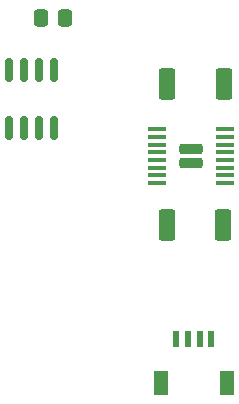
<source format=gbr>
%TF.GenerationSoftware,KiCad,Pcbnew,(6.0.10)*%
%TF.CreationDate,2023-02-04T03:47:28-05:00*%
%TF.ProjectId,lin-valve-control,6c696e2d-7661-46c7-9665-2d636f6e7472,1.0*%
%TF.SameCoordinates,Original*%
%TF.FileFunction,Paste,Top*%
%TF.FilePolarity,Positive*%
%FSLAX46Y46*%
G04 Gerber Fmt 4.6, Leading zero omitted, Abs format (unit mm)*
G04 Created by KiCad (PCBNEW (6.0.10)) date 2023-02-04 03:47:28*
%MOMM*%
%LPD*%
G01*
G04 APERTURE LIST*
G04 Aperture macros list*
%AMRoundRect*
0 Rectangle with rounded corners*
0 $1 Rounding radius*
0 $2 $3 $4 $5 $6 $7 $8 $9 X,Y pos of 4 corners*
0 Add a 4 corners polygon primitive as box body*
4,1,4,$2,$3,$4,$5,$6,$7,$8,$9,$2,$3,0*
0 Add four circle primitives for the rounded corners*
1,1,$1+$1,$2,$3*
1,1,$1+$1,$4,$5*
1,1,$1+$1,$6,$7*
1,1,$1+$1,$8,$9*
0 Add four rect primitives between the rounded corners*
20,1,$1+$1,$2,$3,$4,$5,0*
20,1,$1+$1,$4,$5,$6,$7,0*
20,1,$1+$1,$6,$7,$8,$9,0*
20,1,$1+$1,$8,$9,$2,$3,0*%
G04 Aperture macros list end*
%ADD10RoundRect,0.150000X0.150000X-0.825000X0.150000X0.825000X-0.150000X0.825000X-0.150000X-0.825000X0*%
%ADD11R,0.599440X1.348740*%
%ADD12R,1.198880X1.998980*%
%ADD13RoundRect,0.249999X0.450001X1.075001X-0.450001X1.075001X-0.450001X-1.075001X0.450001X-1.075001X0*%
%ADD14RoundRect,0.232500X0.757500X0.232500X-0.757500X0.232500X-0.757500X-0.232500X0.757500X-0.232500X0*%
%ADD15RoundRect,0.100000X0.687500X0.100000X-0.687500X0.100000X-0.687500X-0.100000X0.687500X-0.100000X0*%
%ADD16RoundRect,0.250000X-0.337500X-0.475000X0.337500X-0.475000X0.337500X0.475000X-0.337500X0.475000X0*%
G04 APERTURE END LIST*
D10*
%TO.C,U2*%
X189611000Y-77151000D03*
X190881000Y-77151000D03*
X192151000Y-77151000D03*
X193421000Y-77151000D03*
X193421000Y-72201000D03*
X192151000Y-72201000D03*
X190881000Y-72201000D03*
X189611000Y-72201000D03*
%TD*%
D11*
%TO.C,J1*%
X203723240Y-94996000D03*
X204724000Y-94996000D03*
X205719680Y-94996000D03*
X206720440Y-94996000D03*
D12*
X208020920Y-98668840D03*
X202422760Y-98668840D03*
%TD*%
D13*
%TO.C,R5*%
X207746000Y-85344000D03*
X202946000Y-85344000D03*
%TD*%
D14*
%TO.C,U3*%
X204978000Y-80082000D03*
X204978000Y-78922000D03*
D15*
X207840500Y-81777000D03*
X207840500Y-81127000D03*
X207840500Y-80477000D03*
X207840500Y-79827000D03*
X207840500Y-79177000D03*
X207840500Y-78527000D03*
X207840500Y-77877000D03*
X207840500Y-77227000D03*
X202115500Y-77227000D03*
X202115500Y-77877000D03*
X202115500Y-78527000D03*
X202115500Y-79177000D03*
X202115500Y-79827000D03*
X202115500Y-80477000D03*
X202115500Y-81127000D03*
X202115500Y-81777000D03*
%TD*%
D16*
%TO.C,C1*%
X192278000Y-67818000D03*
X194353000Y-67818000D03*
%TD*%
D13*
%TO.C,R7*%
X207772000Y-73406000D03*
X202972000Y-73406000D03*
%TD*%
M02*

</source>
